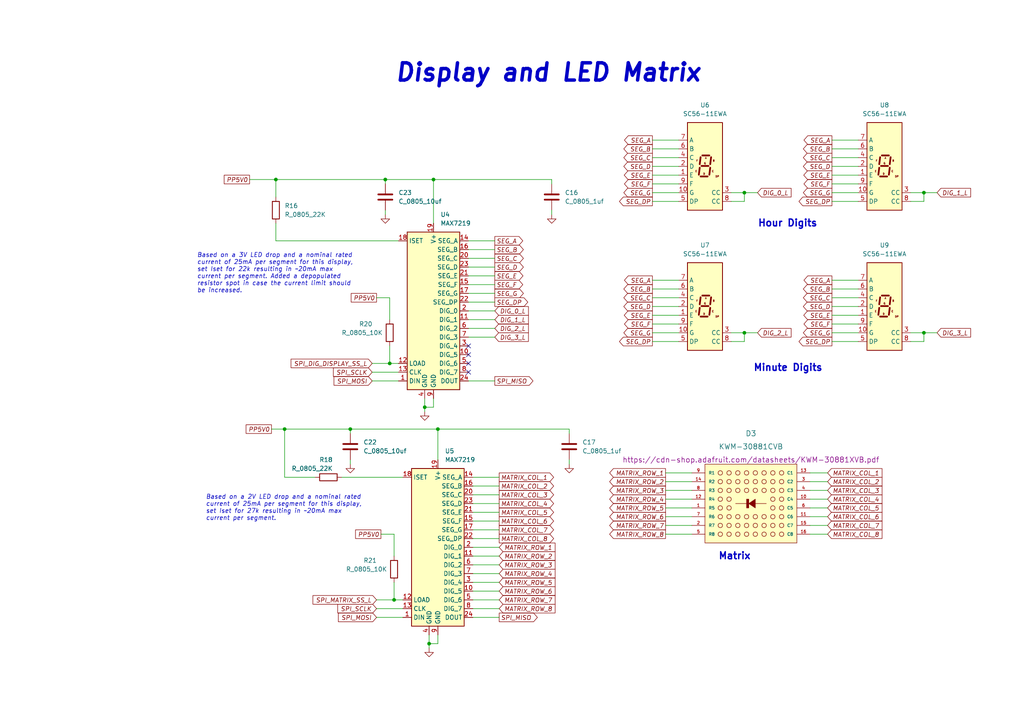
<source format=kicad_sch>
(kicad_sch (version 20211123) (generator eeschema)
  (paper "A4")
  (lib_symbols
    (symbol "HPS:C_0805_10uf" (pin_numbers hide) (pin_names (offset 0.254))
      (property "Reference" "C" (at 0.635 2.54 0))
      (property "Value" "C_0805_10uf" (at 0.635 -2.54 0))
      (symbol "C_0805_10uf_0_1"
        (polyline (pts (xy -2.032 -0.762) (xy 2.032 -0.762)) (stroke (width 0.508)))
        (polyline (pts (xy -2.032 0.762) (xy 2.032 0.762)) (stroke (width 0.508)))
      )
      (symbol "C_0805_10uf_1_1"
        (pin passive line (at 0 3.81 270) (length 2.794) (name "~") (number "1"))
        (pin passive line (at 0 -3.81 90) (length 2.794) (name "~") (number "2"))
      )
    )
    (symbol "HPS:C_0805_1uf" (pin_numbers hide) (pin_names (offset 0.254))
      (property "Reference" "C" (at 0.635 2.54 0))
      (property "Value" "C_0805_1uf" (at 0.635 -2.54 0))
      (symbol "C_0805_1uf_0_1"
        (polyline (pts (xy -2.032 -0.762) (xy 2.032 -0.762)) (stroke (width 0.508)))
        (polyline (pts (xy -2.032 0.762) (xy 2.032 0.762)) (stroke (width 0.508)))
      )
      (symbol "C_0805_1uf_1_1"
        (pin passive line (at 0 3.81 270) (length 2.794) (name "~") (number "1"))
        (pin passive line (at 0 -3.81 90) (length 2.794) (name "~") (number "2"))
      )
    )
    (symbol "HPS:GND" (power) (pin_names (offset 0))
      (property "Value" "GND" (at 0 -3.81 0))
      (symbol "GND_0_1"
        (polyline (pts (xy 0 0) (xy 0 -1.27) (xy 1.27 -1.27) (xy 0 -2.54) (xy -1.27 -1.27) (xy 0 -1.27)))
      )
      (symbol "GND_1_1"
        (pin power_in line (at 0 0 270) (length 0) hide (name "GND") (number "1"))
      )
    )
    (symbol "HPS:KWM-30881CVB" (pin_names (offset 1.016))
      (property "Reference" "D" (at -11.43 -12.7 0))
      (property "Value" "KWM-30881CVB" (at 0 12.7 0))
      (property "Datasheet" "https://cdn-shop.adafruit.com/datasheets/KWM-30881XVB.pdf" (at -13.97 -12.7 0))
      (symbol "KWM-30881CVB_0_1"
        (rectangle (start -12.7 -11.43) (end 13.97 11.43) (fill (type background)))
        (circle (center -8.255 -8.89) (radius 0.635))
        (circle (center -8.255 -6.35) (radius 0.635))
        (circle (center -8.255 -3.81) (radius 0.635))
        (circle (center -8.255 -1.27) (radius 0.635))
        (circle (center -8.255 1.27) (radius 0.635))
        (circle (center -8.255 3.81) (radius 0.635))
        (circle (center -8.255 6.35) (radius 0.635))
        (circle (center -8.255 8.89) (radius 0.635))
        (circle (center -5.715 -8.89) (radius 0.635))
        (circle (center -5.715 -6.35) (radius 0.635))
        (circle (center -5.715 -3.81) (radius 0.635))
        (circle (center -5.715 -1.27) (radius 0.635))
        (circle (center -5.715 1.27) (radius 0.635))
        (circle (center -5.715 3.81) (radius 0.635))
        (circle (center -5.715 6.35) (radius 0.635))
        (circle (center -5.715 8.89) (radius 0.635))
        (circle (center -3.175 -8.89) (radius 0.635))
        (circle (center -3.175 -6.35) (radius 0.635))
        (circle (center -3.175 -3.81) (radius 0.635))
        (circle (center -3.175 3.81) (radius 0.635))
        (circle (center -3.175 6.35) (radius 0.635))
        (circle (center -3.175 8.89) (radius 0.635))
        (circle (center -0.635 -8.89) (radius 0.635))
        (circle (center -0.635 -6.35) (radius 0.635))
        (circle (center -0.635 -3.81) (radius 0.635))
        (circle (center -0.635 3.81) (radius 0.635))
        (circle (center -0.635 6.35) (radius 0.635))
        (circle (center -0.635 8.89) (radius 0.635))
        (polyline (pts (xy 5.08 0) (xy -3.81 0)))
        (polyline (pts (xy 0 0) (xy 1.905 1.27) (xy 1.905 -1.27) (xy 0 0)) (fill (type outline)))
        (polyline (pts (xy -0.635 1.27) (xy -0.635 -1.27) (xy 0 -1.27) (xy 0 1.27) (xy -0.635 1.27)) (fill (type outline)))
        (circle (center 1.905 -8.89) (radius 0.635))
        (circle (center 1.905 -6.35) (radius 0.635))
        (circle (center 1.905 -3.81) (radius 0.635))
        (circle (center 1.905 3.81) (radius 0.635))
        (circle (center 1.905 6.35) (radius 0.635))
        (circle (center 1.905 8.89) (radius 0.635))
        (circle (center 4.445 -8.89) (radius 0.635))
        (circle (center 4.445 -6.35) (radius 0.635))
        (circle (center 4.445 -3.81) (radius 0.635))
        (circle (center 4.445 3.81) (radius 0.635))
        (circle (center 4.445 6.35) (radius 0.635))
        (circle (center 4.445 8.89) (radius 0.635))
        (circle (center 6.985 -8.89) (radius 0.635))
        (circle (center 6.985 -6.35) (radius 0.635))
        (circle (center 6.985 -3.81) (radius 0.635))
        (circle (center 6.985 -1.27) (radius 0.635))
        (circle (center 6.985 1.27) (radius 0.635))
        (circle (center 6.985 3.81) (radius 0.635))
        (circle (center 6.985 6.35) (radius 0.635))
        (circle (center 6.985 8.89) (radius 0.635))
        (circle (center 9.525 -8.89) (radius 0.635))
        (circle (center 9.525 -6.35) (radius 0.635))
        (circle (center 9.525 -3.81) (radius 0.635))
        (circle (center 9.525 -1.27) (radius 0.635))
        (circle (center 9.525 1.27) (radius 0.635))
        (circle (center 9.525 3.81) (radius 0.635))
        (circle (center 9.525 6.35) (radius 0.635))
        (circle (center 9.525 8.89) (radius 0.635))
        (pin passive line (at -16.51 8.89 0) (length 3.81) (name "R1") (number "9"))
      )
      (symbol "KWM-30881CVB_1_1"
        (pin passive line (at -16.51 -1.27 0) (length 3.81) (name "R5") (number "1"))
        (pin passive line (at 17.78 1.27 180) (length 3.81) (name "C4") (number "10"))
        (pin passive line (at 17.78 -3.81 180) (length 3.81) (name "C6") (number "11"))
        (pin passive line (at -16.51 1.27 0) (length 3.81) (name "R4") (number "12"))
        (pin passive line (at 17.78 8.89 180) (length 3.81) (name "C1") (number "13"))
        (pin passive line (at -16.51 6.35 0) (length 3.81) (name "R2") (number "14"))
        (pin passive line (at 17.78 -6.35 180) (length 3.81) (name "C7") (number "15"))
        (pin passive line (at 17.78 -8.89 180) (length 3.81) (name "C8") (number "16"))
        (pin passive line (at -16.51 -6.35 0) (length 3.81) (name "R7") (number "2"))
        (pin passive line (at 17.78 6.35 180) (length 3.81) (name "C2") (number "3"))
        (pin passive line (at 17.78 3.81 180) (length 3.81) (name "C3") (number "4"))
        (pin passive line (at -16.51 -8.89 0) (length 3.81) (name "R8") (number "5"))
        (pin passive line (at 17.78 -1.27 180) (length 3.81) (name "C5") (number "6"))
        (pin passive line (at -16.51 -3.81 0) (length 3.81) (name "R6") (number "7"))
        (pin passive line (at -16.51 3.81 0) (length 3.81) (name "R3") (number "8"))
      )
    )
    (symbol "HPS:MAX7219"
      (property "Reference" "U" (at -6.35 24.13 0))
      (property "Value" "MAX7219" (at 0 25.4 0))
      (symbol "MAX7219_0_1"
        (rectangle (start -7.62 22.86) (end 7.62 -22.86) (stroke (width 0.254)) (fill (type background)))
      )
      (symbol "MAX7219_1_1"
        (pin input line (at -10.16 -20.32 0) (length 2.54) (name "DIN") (number "1"))
        (pin output line (at 10.16 -12.7 180) (length 2.54) (name "DIG_5") (number "10"))
        (pin output line (at 10.16 -2.54 180) (length 2.54) (name "DIG_1") (number "11"))
        (pin input line (at -10.16 -15.24 0) (length 2.54) (name "LOAD") (number "12"))
        (pin input line (at -10.16 -17.78 0) (length 2.54) (name "CLK") (number "13"))
        (pin output line (at 10.16 20.32 180) (length 2.54) (name "SEG_A") (number "14"))
        (pin output line (at 10.16 7.62 180) (length 2.54) (name "SEG_F") (number "15"))
        (pin output line (at 10.16 17.78 180) (length 2.54) (name "SEG_B") (number "16"))
        (pin output line (at 10.16 5.08 180) (length 2.54) (name "SEG_G") (number "17"))
        (pin input line (at -10.16 20.32 0) (length 2.54) (name "ISET") (number "18"))
        (pin power_in line (at 0 25.4 270) (length 2.54) (name "V+") (number "19"))
        (pin output line (at 10.16 0 180) (length 2.54) (name "DIG_0") (number "2"))
        (pin output line (at 10.16 15.24 180) (length 2.54) (name "SEG_C") (number "20"))
        (pin output line (at 10.16 10.16 180) (length 2.54) (name "SEG_E") (number "21"))
        (pin output line (at 10.16 2.54 180) (length 2.54) (name "SEG_DP") (number "22"))
        (pin output line (at 10.16 12.7 180) (length 2.54) (name "SEG_D") (number "23"))
        (pin output line (at 10.16 -20.32 180) (length 2.54) (name "DOUT") (number "24"))
        (pin output line (at 10.16 -10.16 180) (length 2.54) (name "DIG_4") (number "3"))
        (pin power_in line (at -2.54 -25.4 90) (length 2.54) (name "GND") (number "4"))
        (pin output line (at 10.16 -15.24 180) (length 2.54) (name "DIG_6") (number "5"))
        (pin output line (at 10.16 -5.08 180) (length 2.54) (name "DIG_2") (number "6"))
        (pin output line (at 10.16 -7.62 180) (length 2.54) (name "DIG_3") (number "7"))
        (pin output line (at 10.16 -17.78 180) (length 2.54) (name "DIG_7") (number "8"))
        (pin power_in line (at 0 -25.4 90) (length 2.54) (name "GND") (number "9"))
      )
    )
    (symbol "HPS:R_0805_10K" (pin_numbers hide) (pin_names (offset 0))
      (property "Reference" "R" (at 2.032 0 90))
      (property "Value" "R_0805_10K" (at -2.54 0 90))
      (symbol "R_0805_10K_0_1"
        (rectangle (start -1.016 -2.54) (end 1.016 2.54) (stroke (width 0.254)))
      )
      (symbol "R_0805_10K_1_1"
        (pin passive line (at 0 3.81 270) (length 1.27) (name "~") (number "1"))
        (pin passive line (at 0 -3.81 90) (length 1.27) (name "~") (number "2"))
      )
    )
    (symbol "HPS:R_0805_22K" (pin_numbers hide) (pin_names (offset 0))
      (property "Reference" "R" (at 2.032 0 90))
      (property "Value" "R_0805_22K" (at -2.54 0 90))
      (symbol "R_0805_22K_0_1"
        (rectangle (start -1.016 -2.54) (end 1.016 2.54) (stroke (width 0.254)))
      )
      (symbol "R_0805_22K_1_1"
        (pin passive line (at 0 3.81 270) (length 1.27) (name "~") (number "1"))
        (pin passive line (at 0 -3.81 90) (length 1.27) (name "~") (number "2"))
      )
    )
    (symbol "HPS:SC56-11EWA"
      (property "Reference" "U" (at -3.81 13.97 0))
      (property "Value" "SC56-11EWA" (at 6.35 13.97 0))
      (symbol "SC56-11EWA_1_0"
        (text "A" (at 0.254 2.413 0) (effects (font (size 0.508 0.508))))
        (text "B" (at 2.54 1.651 0) (effects (font (size 0.508 0.508))))
        (text "C" (at 2.286 -1.397 0) (effects (font (size 0.508 0.508))))
        (text "D" (at -0.254 -2.159 0) (effects (font (size 0.508 0.508))))
        (text "DP" (at 3.556 -2.921 0) (effects (font (size 0.508 0.508))))
        (text "E" (at -2.54 -1.397 0) (effects (font (size 0.508 0.508))))
        (text "F" (at -2.286 1.651 0) (effects (font (size 0.508 0.508))))
        (text "G" (at 0 0.889 0) (effects (font (size 0.508 0.508))))
      )
      (symbol "SC56-11EWA_1_1"
        (rectangle (start -5.08 12.7) (end 5.08 -12.7) (stroke (width 0.254)) (fill (type background)))
        (polyline (pts (xy -1.524 -0.381) (xy -1.778 -2.413)) (stroke (width 0.508)))
        (polyline (pts (xy -1.27 -2.921) (xy 0.762 -2.921)) (stroke (width 0.508)))
        (polyline (pts (xy -1.27 2.667) (xy -1.524 0.635)) (stroke (width 0.508)))
        (polyline (pts (xy -1.016 0.127) (xy 1.016 0.127)) (stroke (width 0.508)))
        (polyline (pts (xy -0.762 3.175) (xy 1.27 3.175)) (stroke (width 0.508)))
        (polyline (pts (xy 1.524 -0.381) (xy 1.27 -2.413)) (stroke (width 0.508)))
        (polyline (pts (xy 1.778 2.667) (xy 1.524 0.635)) (stroke (width 0.508)))
        (polyline (pts (xy 2.54 -2.921) (xy 2.54 -2.921)) (stroke (width 0.508)))
        (pin input line (at -7.62 -2.54 0) (length 2.54) (name "E") (number "1"))
        (pin input line (at -7.62 -7.62 0) (length 2.54) (name "G") (number "10"))
        (pin input line (at -7.62 0 0) (length 2.54) (name "D") (number "2"))
        (pin input line (at 7.62 -7.62 180) (length 2.54) (name "CC") (number "3"))
        (pin input line (at -7.62 2.54 0) (length 2.54) (name "C") (number "4"))
        (pin input line (at -7.62 -10.16 0) (length 2.54) (name "DP") (number "5"))
        (pin input line (at -7.62 5.08 0) (length 2.54) (name "B") (number "6"))
        (pin input line (at -7.62 7.62 0) (length 2.54) (name "A") (number "7"))
        (pin input line (at 7.62 -10.16 180) (length 2.54) (name "CC") (number "8"))
        (pin input line (at -7.62 -5.08 0) (length 2.54) (name "F") (number "9"))
      )
    )
  )
  (junction (at 82.55 124.46))
  (junction (at 114.3 173.99))
  (junction (at 215.9 55.88))
  (junction (at 125.73 52.07))
  (junction (at 267.97 96.52))
  (junction (at 127 124.46))
  (junction (at 80.01 52.07))
  (junction (at 267.97 55.88))
  (junction (at 111.76 52.07))
  (junction (at 101.6 124.46))
  (junction (at 124.46 186.69))
  (junction (at 113.03 105.41))
  (junction (at 123.19 118.11))
  (junction (at 215.9 96.52))
  (no_connect (at 135.89 100.33))
  (no_connect (at 135.89 102.87))
  (no_connect (at 135.89 105.41))
  (no_connect (at 135.89 107.95))
  (wire (pts (xy 101.6 124.46) (xy 101.6 125.73)))
  (wire (pts (xy 125.73 118.11) (xy 123.19 118.11)))
  (wire (pts (xy 125.73 52.07) (xy 111.76 52.07)))
  (wire (pts (xy 264.16 99.06) (xy 267.97 99.06)))
  (wire (pts (xy 123.19 118.11) (xy 123.19 119.38)))
  (wire (pts (xy 135.89 77.47) (xy 143.51 77.47)))
  (wire (pts (xy 165.1 124.46) (xy 165.1 125.73)))
  (wire (pts (xy 107.95 110.49) (xy 115.57 110.49)))
  (wire (pts (xy 200.66 144.78) (xy 193.04 144.78)))
  (wire (pts (xy 135.89 82.55) (xy 143.51 82.55)))
  (wire (pts (xy 196.85 86.36) (xy 189.23 86.36)))
  (wire (pts (xy 80.01 52.07) (xy 111.76 52.07)))
  (wire (pts (xy 137.16 173.99) (xy 144.78 173.99)))
  (wire (pts (xy 196.85 58.42) (xy 189.23 58.42)))
  (wire (pts (xy 123.19 115.57) (xy 123.19 118.11)))
  (wire (pts (xy 113.03 105.41) (xy 115.57 105.41)))
  (wire (pts (xy 127 124.46) (xy 127 133.35)))
  (wire (pts (xy 212.09 55.88) (xy 215.9 55.88)))
  (wire (pts (xy 111.76 60.96) (xy 111.76 62.23)))
  (wire (pts (xy 234.95 154.94) (xy 240.03 154.94)))
  (wire (pts (xy 113.03 92.71) (xy 113.03 86.36)))
  (wire (pts (xy 248.92 43.18) (xy 241.3 43.18)))
  (wire (pts (xy 135.89 90.17) (xy 143.51 90.17)))
  (wire (pts (xy 109.22 176.53) (xy 116.84 176.53)))
  (wire (pts (xy 196.85 96.52) (xy 189.23 96.52)))
  (wire (pts (xy 101.6 133.35) (xy 101.6 134.62)))
  (wire (pts (xy 234.95 142.24) (xy 240.03 142.24)))
  (wire (pts (xy 196.85 55.88) (xy 189.23 55.88)))
  (wire (pts (xy 200.66 137.16) (xy 193.04 137.16)))
  (wire (pts (xy 215.9 55.88) (xy 215.9 58.42)))
  (wire (pts (xy 212.09 58.42) (xy 215.9 58.42)))
  (wire (pts (xy 248.92 81.28) (xy 241.3 81.28)))
  (wire (pts (xy 234.95 144.78) (xy 240.03 144.78)))
  (wire (pts (xy 248.92 40.64) (xy 241.3 40.64)))
  (wire (pts (xy 200.66 149.86) (xy 193.04 149.86)))
  (wire (pts (xy 135.89 92.71) (xy 143.51 92.71)))
  (wire (pts (xy 248.92 91.44) (xy 241.3 91.44)))
  (wire (pts (xy 234.95 149.86) (xy 240.03 149.86)))
  (wire (pts (xy 200.66 142.24) (xy 193.04 142.24)))
  (wire (pts (xy 107.95 105.41) (xy 113.03 105.41)))
  (wire (pts (xy 82.55 124.46) (xy 82.55 138.43)))
  (wire (pts (xy 234.95 152.4) (xy 240.03 152.4)))
  (wire (pts (xy 196.85 88.9) (xy 189.23 88.9)))
  (wire (pts (xy 200.66 152.4) (xy 193.04 152.4)))
  (wire (pts (xy 234.95 139.7) (xy 240.03 139.7)))
  (wire (pts (xy 137.16 163.83) (xy 144.78 163.83)))
  (wire (pts (xy 127 184.15) (xy 127 186.69)))
  (wire (pts (xy 99.06 138.43) (xy 116.84 138.43)))
  (wire (pts (xy 267.97 55.88) (xy 271.78 55.88)))
  (wire (pts (xy 160.02 62.23) (xy 160.02 60.96)))
  (wire (pts (xy 248.92 55.88) (xy 241.3 55.88)))
  (wire (pts (xy 124.46 186.69) (xy 124.46 187.96)))
  (wire (pts (xy 234.95 147.32) (xy 240.03 147.32)))
  (wire (pts (xy 135.89 87.63) (xy 143.51 87.63)))
  (wire (pts (xy 135.89 97.79) (xy 143.51 97.79)))
  (wire (pts (xy 114.3 168.91) (xy 114.3 173.99)))
  (wire (pts (xy 248.92 99.06) (xy 241.3 99.06)))
  (wire (pts (xy 124.46 184.15) (xy 124.46 186.69)))
  (wire (pts (xy 165.1 133.35) (xy 165.1 134.62)))
  (wire (pts (xy 215.9 96.52) (xy 219.71 96.52)))
  (wire (pts (xy 137.16 166.37) (xy 144.78 166.37)))
  (wire (pts (xy 114.3 154.94) (xy 110.49 154.94)))
  (wire (pts (xy 215.9 55.88) (xy 219.71 55.88)))
  (wire (pts (xy 114.3 161.29) (xy 114.3 154.94)))
  (wire (pts (xy 248.92 48.26) (xy 241.3 48.26)))
  (wire (pts (xy 137.16 161.29) (xy 144.78 161.29)))
  (wire (pts (xy 200.66 154.94) (xy 193.04 154.94)))
  (wire (pts (xy 267.97 96.52) (xy 271.78 96.52)))
  (wire (pts (xy 125.73 52.07) (xy 160.02 52.07)))
  (wire (pts (xy 196.85 48.26) (xy 189.23 48.26)))
  (wire (pts (xy 137.16 168.91) (xy 144.78 168.91)))
  (wire (pts (xy 267.97 55.88) (xy 267.97 58.42)))
  (wire (pts (xy 196.85 99.06) (xy 189.23 99.06)))
  (wire (pts (xy 114.3 173.99) (xy 116.84 173.99)))
  (wire (pts (xy 248.92 53.34) (xy 241.3 53.34)))
  (wire (pts (xy 135.89 85.09) (xy 143.51 85.09)))
  (wire (pts (xy 196.85 93.98) (xy 189.23 93.98)))
  (wire (pts (xy 127 186.69) (xy 124.46 186.69)))
  (wire (pts (xy 137.16 156.21) (xy 144.78 156.21)))
  (wire (pts (xy 160.02 52.07) (xy 160.02 53.34)))
  (wire (pts (xy 80.01 69.85) (xy 115.57 69.85)))
  (wire (pts (xy 125.73 115.57) (xy 125.73 118.11)))
  (wire (pts (xy 137.16 143.51) (xy 144.78 143.51)))
  (wire (pts (xy 196.85 40.64) (xy 189.23 40.64)))
  (wire (pts (xy 80.01 52.07) (xy 80.01 57.15)))
  (wire (pts (xy 135.89 69.85) (xy 143.51 69.85)))
  (wire (pts (xy 135.89 110.49) (xy 143.51 110.49)))
  (wire (pts (xy 248.92 83.82) (xy 241.3 83.82)))
  (wire (pts (xy 215.9 96.52) (xy 215.9 99.06)))
  (wire (pts (xy 137.16 138.43) (xy 144.78 138.43)))
  (wire (pts (xy 137.16 176.53) (xy 144.78 176.53)))
  (wire (pts (xy 109.22 173.99) (xy 114.3 173.99)))
  (wire (pts (xy 248.92 88.9) (xy 241.3 88.9)))
  (wire (pts (xy 264.16 96.52) (xy 267.97 96.52)))
  (wire (pts (xy 137.16 146.05) (xy 144.78 146.05)))
  (wire (pts (xy 137.16 151.13) (xy 144.78 151.13)))
  (wire (pts (xy 248.92 58.42) (xy 241.3 58.42)))
  (wire (pts (xy 80.01 52.07) (xy 72.39 52.07)))
  (wire (pts (xy 248.92 45.72) (xy 241.3 45.72)))
  (wire (pts (xy 111.76 52.07) (xy 111.76 53.34)))
  (wire (pts (xy 80.01 64.77) (xy 80.01 69.85)))
  (wire (pts (xy 135.89 72.39) (xy 143.51 72.39)))
  (wire (pts (xy 137.16 158.75) (xy 144.78 158.75)))
  (wire (pts (xy 107.95 107.95) (xy 115.57 107.95)))
  (wire (pts (xy 113.03 100.33) (xy 113.03 105.41)))
  (wire (pts (xy 135.89 95.25) (xy 143.51 95.25)))
  (wire (pts (xy 264.16 58.42) (xy 267.97 58.42)))
  (wire (pts (xy 264.16 55.88) (xy 267.97 55.88)))
  (wire (pts (xy 248.92 93.98) (xy 241.3 93.98)))
  (wire (pts (xy 137.16 171.45) (xy 144.78 171.45)))
  (wire (pts (xy 248.92 86.36) (xy 241.3 86.36)))
  (wire (pts (xy 82.55 124.46) (xy 101.6 124.46)))
  (wire (pts (xy 196.85 43.18) (xy 189.23 43.18)))
  (wire (pts (xy 137.16 153.67) (xy 144.78 153.67)))
  (wire (pts (xy 267.97 96.52) (xy 267.97 99.06)))
  (wire (pts (xy 113.03 86.36) (xy 109.22 86.36)))
  (wire (pts (xy 248.92 50.8) (xy 241.3 50.8)))
  (wire (pts (xy 109.22 179.07) (xy 116.84 179.07)))
  (wire (pts (xy 248.92 96.52) (xy 241.3 96.52)))
  (wire (pts (xy 196.85 45.72) (xy 189.23 45.72)))
  (wire (pts (xy 127 124.46) (xy 165.1 124.46)))
  (wire (pts (xy 196.85 91.44) (xy 189.23 91.44)))
  (wire (pts (xy 200.66 147.32) (xy 193.04 147.32)))
  (wire (pts (xy 212.09 99.06) (xy 215.9 99.06)))
  (wire (pts (xy 212.09 96.52) (xy 215.9 96.52)))
  (wire (pts (xy 196.85 50.8) (xy 189.23 50.8)))
  (wire (pts (xy 137.16 148.59) (xy 144.78 148.59)))
  (wire (pts (xy 196.85 53.34) (xy 189.23 53.34)))
  (wire (pts (xy 135.89 80.01) (xy 143.51 80.01)))
  (wire (pts (xy 137.16 140.97) (xy 144.78 140.97)))
  (wire (pts (xy 196.85 81.28) (xy 189.23 81.28)))
  (wire (pts (xy 137.16 179.07) (xy 144.78 179.07)))
  (wire (pts (xy 125.73 52.07) (xy 125.73 64.77)))
  (wire (pts (xy 82.55 138.43) (xy 91.44 138.43)))
  (wire (pts (xy 78.74 124.46) (xy 82.55 124.46)))
  (wire (pts (xy 196.85 83.82) (xy 189.23 83.82)))
  (wire (pts (xy 234.95 137.16) (xy 240.03 137.16)))
  (wire (pts (xy 101.6 124.46) (xy 127 124.46)))
  (wire (pts (xy 135.89 74.93) (xy 143.51 74.93)))
  (wire (pts (xy 200.66 139.7) (xy 193.04 139.7)))
  (text "Hour Digits" (at 219.71 66.04 0) (effects (font (size 2 2) (thickness 0.4) bold) (justify left bottom)))
  (text "Minute Digits" (at 218.44 107.95 0) (effects (font (size 2 2) (thickness 0.4) bold) (justify left bottom)))
  (text "Based on a 3V LED drop and a nominal rated \ncurrent of 25mA per segment for this display,\nset Iset for 22k resulting in ~20mA max \ncurrent per segment. Added a depopulated \nresistor spot in case the current limit should \nbe increased." (at 57.15 85.09 0) (effects (font (size 1.27 1.27) italic) (justify left bottom)))
  (text "Matrix" (at 208.28 162.56 0) (effects (font (size 2 2) (thickness 0.4) bold) (justify left bottom)))
  (text "Display and LED Matrix" (at 114.3 24.13 0) (effects (font (size 5 5) (thickness 1) bold italic) (justify left bottom)))
  (text "Based on a 2V LED drop and a nominal rated \ncurrent of 25mA per segment for this display,\nset Iset for 27k resulting in ~20mA max \ncurrent per segment." (at 59.69 151.13 0) (effects (font (size 1.27 1.27) italic) (justify left bottom)))
  (global_label "SPI_DIG_DISPLAY_SS_L" (shape input) (at 107.95 105.41 180) (effects (font italic)) (property "Intersheet References" "${INTERSHEET_REFS}" (effects hide)))
  (global_label "SEG_DP" (shape output) (at 143.51 87.63 0) (effects (font italic)) (property "Intersheet References" "${INTERSHEET_REFS}" (effects hide)))
  (global_label "SPI_MISO" (shape output) (at 144.78 179.07 0) (effects (font italic)) (property "Intersheet References" "${INTERSHEET_REFS}" (effects hide)))
  (global_label "SEG_DP" (shape output) (at 241.3 58.42 180) (effects (font italic)) (property "Intersheet References" "${INTERSHEET_REFS}" (effects hide)))
  (global_label "PP5V0" (shape passive) (at 109.22 86.36 180) (effects (font italic)) (property "Intersheet References" "${INTERSHEET_REFS}" (effects hide)))
  (global_label "MATRIX_COL_6" (shape output) (at 144.78 151.13 0) (effects (font italic)) (property "Intersheet References" "${INTERSHEET_REFS}" (effects hide)))
  (global_label "DIG_1_L" (shape input) (at 271.78 55.88 0) (effects (font italic)) (property "Intersheet References" "${INTERSHEET_REFS}" (effects hide)))
  (global_label "SPI_SCLK" (shape input) (at 109.22 176.53 180) (effects (font italic)) (property "Intersheet References" "${INTERSHEET_REFS}" (effects hide)))
  (global_label "SEG_G" (shape output) (at 241.3 55.88 180) (effects (font italic)) (property "Intersheet References" "${INTERSHEET_REFS}" (effects hide)))
  (global_label "SEG_F" (shape output) (at 189.23 53.34 180) (effects (font italic)) (property "Intersheet References" "${INTERSHEET_REFS}" (effects hide)))
  (global_label "PP5V0" (shape passive) (at 72.39 52.07 180) (effects (font italic)) (property "Intersheet References" "${INTERSHEET_REFS}" (effects hide)))
  (global_label "MATRIX_COL_2" (shape input) (at 240.03 139.7 0) (effects (font italic)) (property "Intersheet References" "${INTERSHEET_REFS}" (effects hide)))
  (global_label "SPI_MATRIX_SS_L" (shape input) (at 109.22 173.99 180) (effects (font italic)) (property "Intersheet References" "${INTERSHEET_REFS}" (effects hide)))
  (global_label "SEG_F" (shape output) (at 241.3 53.34 180) (effects (font italic)) (property "Intersheet References" "${INTERSHEET_REFS}" (effects hide)))
  (global_label "SEG_G" (shape output) (at 143.51 85.09 0) (effects (font italic)) (property "Intersheet References" "${INTERSHEET_REFS}" (effects hide)))
  (global_label "MATRIX_ROW_2" (shape input) (at 144.78 161.29 0) (effects (font italic)) (property "Intersheet References" "${INTERSHEET_REFS}" (effects hide)))
  (global_label "DIG_2_L" (shape input) (at 143.51 95.25 0) (effects (font italic)) (property "Intersheet References" "${INTERSHEET_REFS}" (effects hide)))
  (global_label "MATRIX_ROW_8" (shape output) (at 193.04 154.94 180) (effects (font italic)) (property "Intersheet References" "${INTERSHEET_REFS}" (effects hide)))
  (global_label "SEG_D" (shape output) (at 189.23 48.26 180) (effects (font italic)) (property "Intersheet References" "${INTERSHEET_REFS}" (effects hide)))
  (global_label "SEG_B" (shape output) (at 241.3 43.18 180) (effects (font italic)) (property "Intersheet References" "${INTERSHEET_REFS}" (effects hide)))
  (global_label "SEG_E" (shape output) (at 189.23 50.8 180) (effects (font italic)) (property "Intersheet References" "${INTERSHEET_REFS}" (effects hide)))
  (global_label "SEG_DP" (shape output) (at 189.23 58.42 180) (effects (font italic)) (property "Intersheet References" "${INTERSHEET_REFS}" (effects hide)))
  (global_label "MATRIX_COL_7" (shape output) (at 144.78 153.67 0) (effects (font italic)) (property "Intersheet References" "${INTERSHEET_REFS}" (effects hide)))
  (global_label "SEG_C" (shape output) (at 143.51 74.93 0) (effects (font italic)) (property "Intersheet References" "${INTERSHEET_REFS}" (effects hide)))
  (global_label "DIG_2_L" (shape input) (at 219.71 96.52 0) (effects (font italic)) (property "Intersheet References" "${INTERSHEET_REFS}" (effects hide)))
  (global_label "SEG_B" (shape output) (at 143.51 72.39 0) (effects (font italic)) (property "Intersheet References" "${INTERSHEET_REFS}" (effects hide)))
  (global_label "SEG_C" (shape output) (at 241.3 45.72 180) (effects (font italic)) (property "Intersheet References" "${INTERSHEET_REFS}" (effects hide)))
  (global_label "SEG_C" (shape output) (at 189.23 86.36 180) (effects (font italic)) (property "Intersheet References" "${INTERSHEET_REFS}" (effects hide)))
  (global_label "SPI_SCLK" (shape input) (at 107.95 107.95 180) (effects (font italic)) (property "Intersheet References" "${INTERSHEET_REFS}" (effects hide)))
  (global_label "MATRIX_COL_6" (shape input) (at 240.03 149.86 0) (effects (font italic)) (property "Intersheet References" "${INTERSHEET_REFS}" (effects hide)))
  (global_label "SEG_DP" (shape output) (at 189.23 99.06 180) (effects (font italic)) (property "Intersheet References" "${INTERSHEET_REFS}" (effects hide)))
  (global_label "SEG_D" (shape output) (at 241.3 48.26 180) (effects (font italic)) (property "Intersheet References" "${INTERSHEET_REFS}" (effects hide)))
  (global_label "SEG_DP" (shape output) (at 241.3 99.06 180) (effects (font italic)) (property "Intersheet References" "${INTERSHEET_REFS}" (effects hide)))
  (global_label "MATRIX_ROW_1" (shape output) (at 193.04 137.16 180) (effects (font italic)) (property "Intersheet References" "${INTERSHEET_REFS}" (effects hide)))
  (global_label "SEG_A" (shape output) (at 143.51 69.85 0) (effects (font italic)) (property "Intersheet References" "${INTERSHEET_REFS}" (effects hide)))
  (global_label "SEG_D" (shape output) (at 241.3 88.9 180) (effects (font italic)) (property "Intersheet References" "${INTERSHEET_REFS}" (effects hide)))
  (global_label "DIG_0_L" (shape input) (at 219.71 55.88 0) (effects (font italic)) (property "Intersheet References" "${INTERSHEET_REFS}" (effects hide)))
  (global_label "MATRIX_ROW_4" (shape input) (at 144.78 166.37 0) (effects (font italic)) (property "Intersheet References" "${INTERSHEET_REFS}" (effects hide)))
  (global_label "MATRIX_ROW_5" (shape output) (at 193.04 147.32 180) (effects (font italic)) (property "Intersheet References" "${INTERSHEET_REFS}" (effects hide)))
  (global_label "SEG_G" (shape output) (at 189.23 96.52 180) (effects (font italic)) (property "Intersheet References" "${INTERSHEET_REFS}" (effects hide)))
  (global_label "DIG_0_L" (shape input) (at 143.51 90.17 0) (effects (font italic)) (property "Intersheet References" "${INTERSHEET_REFS}" (effects hide)))
  (global_label "MATRIX_COL_4" (shape output) (at 144.78 146.05 0) (effects (font italic)) (property "Intersheet References" "${INTERSHEET_REFS}" (effects hide)))
  (global_label "MATRIX_ROW_3" (shape output) (at 193.04 142.24 180) (effects (font italic)) (property "Intersheet References" "${INTERSHEET_REFS}" (effects hide)))
  (global_label "MATRIX_ROW_5" (shape input) (at 144.78 168.91 0) (effects (font italic)) (property "Intersheet References" "${INTERSHEET_REFS}" (effects hide)))
  (global_label "SEG_C" (shape output) (at 241.3 86.36 180) (effects (font italic)) (property "Intersheet References" "${INTERSHEET_REFS}" (effects hide)))
  (global_label "MATRIX_COL_5" (shape input) (at 240.03 147.32 0) (effects (font italic)) (property "Intersheet References" "${INTERSHEET_REFS}" (effects hide)))
  (global_label "MATRIX_COL_5" (shape output) (at 144.78 148.59 0) (effects (font italic)) (property "Intersheet References" "${INTERSHEET_REFS}" (effects hide)))
  (global_label "MATRIX_COL_1" (shape input) (at 240.03 137.16 0) (effects (font italic)) (property "Intersheet References" "${INTERSHEET_REFS}" (effects hide)))
  (global_label "MATRIX_ROW_7" (shape output) (at 193.04 152.4 180) (effects (font italic)) (property "Intersheet References" "${INTERSHEET_REFS}" (effects hide)))
  (global_label "SEG_A" (shape output) (at 241.3 81.28 180) (effects (font italic)) (property "Intersheet References" "${INTERSHEET_REFS}" (effects hide)))
  (global_label "SPI_MISO" (shape output) (at 143.51 110.49 0) (effects (font italic)) (property "Intersheet References" "${INTERSHEET_REFS}" (effects hide)))
  (global_label "SEG_F" (shape output) (at 143.51 82.55 0) (effects (font italic)) (property "Intersheet References" "${INTERSHEET_REFS}" (effects hide)))
  (global_label "SPI_MOSI" (shape input) (at 107.95 110.49 180) (effects (font italic)) (property "Intersheet References" "${INTERSHEET_REFS}" (effects hide)))
  (global_label "SEG_F" (shape output) (at 241.3 93.98 180) (effects (font italic)) (property "Intersheet References" "${INTERSHEET_REFS}" (effects hide)))
  (global_label "MATRIX_ROW_6" (shape input) (at 144.78 171.45 0) (effects (font italic)) (property "Intersheet References" "${INTERSHEET_REFS}" (effects hide)))
  (global_label "SEG_F" (shape output) (at 189.23 93.98 180) (effects (font italic)) (property "Intersheet References" "${INTERSHEET_REFS}" (effects hide)))
  (global_label "SEG_B" (shape output) (at 189.23 43.18 180) (effects (font italic)) (property "Intersheet References" "${INTERSHEET_REFS}" (effects hide)))
  (global_label "MATRIX_COL_4" (shape input) (at 240.03 144.78 0) (effects (font italic)) (property "Intersheet References" "${INTERSHEET_REFS}" (effects hide)))
  (global_label "MATRIX_ROW_3" (shape input) (at 144.78 163.83 0) (effects (font italic)) (property "Intersheet References" "${INTERSHEET_REFS}" (effects hide)))
  (global_label "MATRIX_ROW_8" (shape input) (at 144.78 176.53 0) (effects (font italic)) (property "Intersheet References" "${INTERSHEET_REFS}" (effects hide)))
  (global_label "MATRIX_COL_8" (shape input) (at 240.03 154.94 0) (effects (font italic)) (property "Intersheet References" "${INTERSHEET_REFS}" (effects hide)))
  (global_label "SEG_B" (shape output) (at 189.23 83.82 180) (effects (font italic)) (property "Intersheet References" "${INTERSHEET_REFS}" (effects hide)))
  (global_label "MATRIX_ROW_7" (shape input) (at 144.78 173.99 0) (effects (font italic)) (property "Intersheet References" "${INTERSHEET_REFS}" (effects hide)))
  (global_label "SEG_E" (shape output) (at 189.23 91.44 180) (effects (font italic)) (property "Intersheet References" "${INTERSHEET_REFS}" (effects hide)))
  (global_label "SEG_A" (shape output) (at 189.23 81.28 180) (effects (font italic)) (property "Intersheet References" "${INTERSHEET_REFS}" (effects hide)))
  (global_label "MATRIX_COL_7" (shape input) (at 240.03 152.4 0) (effects (font italic)) (property "Intersheet References" "${INTERSHEET_REFS}" (effects hide)))
  (global_label "SEG_D" (shape output) (at 143.51 77.47 0) (effects (font italic)) (property "Intersheet References" "${INTERSHEET_REFS}" (effects hide)))
  (global_label "SEG_A" (shape output) (at 189.23 40.64 180) (effects (font italic)) (property "Intersheet References" "${INTERSHEET_REFS}" (effects hide)))
  (global_label "SEG_G" (shape output) (at 189.23 55.88 180) (effects (font italic)) (property "Intersheet References" "${INTERSHEET_REFS}" (effects hide)))
  (global_label "MATRIX_ROW_1" (shape input) (at 144.78 158.75 0) (effects (font italic)) (property "Intersheet References" "${INTERSHEET_REFS}" (effects hide)))
  (global_label "MATRIX_ROW_2" (shape output) (at 193.04 139.7 180) (effects (font italic)) (property "Intersheet References" "${INTERSHEET_REFS}" (effects hide)))
  (global_label "MATRIX_ROW_6" (shape output) (at 193.04 149.86 180) (effects (font italic)) (property "Intersheet References" "${INTERSHEET_REFS}" (effects hide)))
  (global_label "SEG_E" (shape output) (at 241.3 91.44 180) (effects (font italic)) (property "Intersheet References" "${INTERSHEET_REFS}" (effects hide)))
  (global_label "DIG_3_L" (shape input) (at 143.51 97.79 0) (effects (font italic)) (property "Intersheet References" "${INTERSHEET_REFS}" (effects hide)))
  (global_label "SEG_G" (shape output) (at 241.3 96.52 180) (effects (font italic)) (property "Intersheet References" "${INTERSHEET_REFS}" (effects hide)))
  (global_label "MATRIX_ROW_4" (shape output) (at 193.04 144.78 180) (effects (font italic)) (property "Intersheet References" "${INTERSHEET_REFS}" (effects hide)))
  (global_label "MATRIX_COL_2" (shape output) (at 144.78 140.97 0) (effects (font italic)) (property "Intersheet References" "${INTERSHEET_REFS}" (effects hide)))
  (global_label "SEG_E" (shape output) (at 241.3 50.8 180) (effects (font italic)) (property "Intersheet References" "${INTERSHEET_REFS}" (effects hide)))
  (global_label "SPI_MOSI" (shape input) (at 109.22 179.07 180) (effects (font italic)) (property "Intersheet References" "${INTERSHEET_REFS}" (effects hide)))
  (global_label "PP5V0" (shape passive) (at 78.74 124.46 180) (effects (font italic)) (property "Intersheet References" "${INTERSHEET_REFS}" (effects hide)))
  (global_label "DIG_1_L" (shape input) (at 143.51 92.71 0) (effects (font italic)) (property "Intersheet References" "${INTERSHEET_REFS}" (effects hide)))
  (global_label "MATRIX_COL_1" (shape output) (at 144.78 138.43 0) (effects (font italic)) (property "Intersheet References" "${INTERSHEET_REFS}" (effects hide)))
  (global_label "SEG_A" (shape output) (at 241.3 40.64 180) (effects (font italic)) (property "Intersheet References" "${INTERSHEET_REFS}" (effects hide)))
  (global_label "PP5V0" (shape passive) (at 110.49 154.94 180) (effects (font italic)) (property "Intersheet References" "${INTERSHEET_REFS}" (effects hide)))
  (global_label "MATRIX_COL_3" (shape input) (at 240.03 142.24 0) (effects (font italic)) (property "Intersheet References" "${INTERSHEET_REFS}" (effects hide)))
  (global_label "DIG_3_L" (shape input) (at 271.78 96.52 0) (effects (font italic)) (property "Intersheet References" "${INTERSHEET_REFS}" (effects hide)))
  (global_label "MATRIX_COL_3" (shape output) (at 144.78 143.51 0) (effects (font italic)) (property "Intersheet References" "${INTERSHEET_REFS}" (effects hide)))
  (global_label "SEG_D" (shape output) (at 189.23 88.9 180) (effects (font italic)) (property "Intersheet References" "${INTERSHEET_REFS}" (effects hide)))
  (global_label "SEG_E" (shape output) (at 143.51 80.01 0) (effects (font italic)) (property "Intersheet References" "${INTERSHEET_REFS}" (effects hide)))
  (global_label "SEG_C" (shape output) (at 189.23 45.72 180) (effects (font italic)) (property "Intersheet References" "${INTERSHEET_REFS}" (effects hide)))
  (global_label "SEG_B" (shape output) (at 241.3 83.82 180) (effects (font italic)) (property "Intersheet References" "${INTERSHEET_REFS}" (effects hide)))
  (global_label "MATRIX_COL_8" (shape output) (at 144.78 156.21 0) (effects (font italic)) (property "Intersheet References" "${INTERSHEET_REFS}" (effects hide)))
  (symbol (lib_id "HPS:R_0805_22K") (at 95.25 138.43 90) (unit 1)
    (property "Reference" "R18" (at 96.52 133.35 90) (effects (justify left)))
    (property "Value" "R_0805_22K" (at 96.5199 135.89 90) (effects (justify left)))
    (property "Footprint" "footprints:R_0805_2012Metric" (effects hide))
    (property "Datasheet" "https://www.digikey.com/en/products/detail/yageo/RC0805FR-0722KL/727736" (effects hide))
    (property "MFG" "Yageo" (effects hide))
    (property "MPN" "RC0805FR-0722KL" (effects hide))
    (property "Digikey PN" "311-22.0KCRCT-ND" (effects hide))
    (property "Mouser PN" "N/A" (effects hide))
    (property "Power" "N/A" (effects hide))
    (property "Tolerance" "N/A" (effects hide))
  )
  (symbol (lib_id "HPS:GND") (at 165.1 134.62 0) (unit 1)
    (property "Reference" "#PWR0122" (effects hide))
    (property "Value" "GND" (effects hide))
  )
  (symbol (lib_id "HPS:SC56-11EWA") (at 256.54 88.9 0) (unit 1)
    (property "Reference" "U9" (at 256.54 71.12 0))
    (property "Value" "SC56-11EWA" (at 256.54 73.66 0))
    (property "Footprint" "footprints:Sx56-1xxxxx" (effects hide))
    (property "Datasheet" "http://www.kingbrightusa.com/images/catalog/SPEC/sc56-11ewa.pdf" (effects hide))
    (property "Digikey PN" "754-1465-5-ND" (effects hide))
  )
  (symbol (lib_id "HPS:C_0805_1uf") (at 160.02 57.15 0) (unit 1)
    (property "Reference" "C16" (at 163.83 55.8799 0) (effects (justify left)))
    (property "Value" "C_0805_1uf" (at 163.83 58.4199 0) (effects (justify left)))
    (property "Footprint" "footprints:C_0805_2012Metric" (effects hide))
    (property "Datasheet" "https://www.yageo.com/upload/media/product/productsearch/datasheet/mlcc/UPY-GPHC_X7R_6.3V-to-50V_18.pdf" (effects hide))
    (property "MFG" "Yageo" (effects hide))
    (property "MPN" "CC0805KKX7R8BB105" (effects hide))
    (property "Digikey PN" "311-1456-1-ND" (effects hide))
    (property "Mouser PN" "N/A" (effects hide))
    (property "Voltage" "N/A" (effects hide))
    (property "Dielectric" "N/A" (effects hide))
    (property "Tolerance" "N/A" (effects hide))
  )
  (symbol (lib_id "HPS:MAX7219") (at 127 158.75 0) (unit 1)
    (property "Reference" "U5" (at 129.0194 130.81 0) (effects (justify left)))
    (property "Value" "MAX7219" (at 129.0194 133.35 0) (effects (justify left)))
    (property "Footprint" "footprints:DIP-24_W7.62mm" (effects hide))
    (property "Datasheet" "https://datasheets.maximintegrated.com/en/ds/MAX7219-MAX7221.pdf" (effects hide))
    (property "MFG" "On Shore Technology Inc." (effects hide))
    (property "MPN" "ED241DT" (effects hide))
    (property "Digikey PN" "ED3049-5-ND" (effects hide))
    (property "Mouser PN" "N/A" (effects hide))
  )
  (symbol (lib_id "HPS:C_0805_10uf") (at 111.76 57.15 0) (unit 1)
    (property "Reference" "C23" (at 115.57 55.8799 0) (effects (justify left)))
    (property "Value" "C_0805_10uf" (at 115.57 58.4199 0) (effects (justify left)))
    (property "Footprint" "footprints:C_0805_2012Metric" (effects hide))
    (property "Datasheet" "https://search.murata.co.jp/Ceramy/image/img/A01X/G101/ENG/GRM21BR61E106KA73-01.pdf" (effects hide))
    (property "MFG" "Murata Electronics" (effects hide))
    (property "MPN" "GRM21BR61E106KA73L" (effects hide))
    (property "Digikey PN" "490-5523-1-ND" (effects hide))
    (property "Mouser PN" "N/A" (effects hide))
    (property "Voltage" "N/A" (effects hide))
    (property "Dielectric" "N/A" (effects hide))
    (property "Tolerance" "N/A" (effects hide))
  )
  (symbol (lib_id "HPS:GND") (at 111.76 62.23 0) (unit 1)
    (property "Reference" "#PWR0132" (effects hide))
    (property "Value" "GND" (effects hide))
  )
  (symbol (lib_id "HPS:GND") (at 123.19 119.38 0) (unit 1)
    (property "Reference" "#PWR0120" (effects hide))
    (property "Value" "GND" (effects hide))
  )
  (symbol (lib_id "HPS:C_0805_10uf") (at 101.6 129.54 0) (unit 1)
    (property "Reference" "C22" (at 105.41 128.2699 0) (effects (justify left)))
    (property "Value" "C_0805_10uf" (at 105.41 130.8099 0) (effects (justify left)))
    (property "Footprint" "footprints:C_0805_2012Metric" (effects hide))
    (property "Datasheet" "https://search.murata.co.jp/Ceramy/image/img/A01X/G101/ENG/GRM21BR61E106KA73-01.pdf" (effects hide))
    (property "MFG" "Murata Electronics" (effects hide))
    (property "MPN" "GRM21BR61E106KA73L" (effects hide))
    (property "Digikey PN" "490-5523-1-ND" (effects hide))
    (property "Mouser PN" "N/A" (effects hide))
    (property "Voltage" "N/A" (effects hide))
    (property "Dielectric" "N/A" (effects hide))
    (property "Tolerance" "N/A" (effects hide))
  )
  (symbol (lib_id "HPS:SC56-11EWA") (at 204.47 48.26 0) (unit 1)
    (property "Reference" "U6" (at 204.47 30.48 0))
    (property "Value" "SC56-11EWA" (at 204.47 33.02 0))
    (property "Footprint" "footprints:Sx56-1xxxxx" (effects hide))
    (property "Datasheet" "http://www.kingbrightusa.com/images/catalog/SPEC/sc56-11ewa.pdf" (effects hide))
    (property "Digikey PN" "754-1465-5-ND" (effects hide))
  )
  (symbol (lib_id "HPS:R_0805_10K") (at 113.03 96.52 0) (unit 1)
    (property "Reference" "R20" (at 104.14 93.98 0) (effects (justify left)))
    (property "Value" "R_0805_10K" (at 99.06 96.52 0) (effects (justify left)))
    (property "Footprint" "footprints:R_0805_2012Metric" (effects hide))
    (property "Datasheet" "https://www.digikey.com/en/products/detail/yageo/RC0805FR-0710KL/727535" (effects hide))
    (property "MFG" "Yageo" (effects hide))
    (property "MPN" "RC0805FR-0710KL" (effects hide))
    (property "Digikey PN" "311-10.0KCRCT-ND" (effects hide))
    (property "Mouser PN" "N/A" (effects hide))
    (property "Power" "N/A" (effects hide))
    (property "Tolerance" "N/A" (effects hide))
  )
  (symbol (lib_id "HPS:SC56-11EWA") (at 256.54 48.26 0) (unit 1)
    (property "Reference" "U8" (at 256.54 30.48 0))
    (property "Value" "SC56-11EWA" (at 256.54 33.02 0))
    (property "Footprint" "footprints:Sx56-1xxxxx" (effects hide))
    (property "Datasheet" "http://www.kingbrightusa.com/images/catalog/SPEC/sc56-11ewa.pdf" (effects hide))
    (property "Digikey PN" "754-1465-5-ND" (effects hide))
  )
  (symbol (lib_id "HPS:C_0805_1uf") (at 165.1 129.54 0) (unit 1)
    (property "Reference" "C17" (at 168.91 128.2699 0) (effects (justify left)))
    (property "Value" "C_0805_1uf" (at 168.91 130.8099 0) (effects (justify left)))
    (property "Footprint" "footprints:C_0805_2012Metric" (effects hide))
    (property "Datasheet" "https://www.yageo.com/upload/media/product/productsearch/datasheet/mlcc/UPY-GPHC_X7R_6.3V-to-50V_18.pdf" (effects hide))
    (property "MFG" "Yageo" (effects hide))
    (property "MPN" "CC0805KKX7R8BB105" (effects hide))
    (property "Digikey PN" "311-1456-1-ND" (effects hide))
    (property "Mouser PN" "N/A" (effects hide))
    (property "Voltage" "N/A" (effects hide))
    (property "Dielectric" "N/A" (effects hide))
    (property "Tolerance" "N/A" (effects hide))
  )
  (symbol (lib_id "HPS:GND") (at 160.02 62.23 0) (unit 1)
    (property "Reference" "#PWR0123" (effects hide))
    (property "Value" "GND" (effects hide))
  )
  (symbol (lib_id "HPS:GND") (at 101.6 134.62 0) (unit 1)
    (property "Reference" "#PWR0133" (effects hide))
    (property "Value" "GND" (effects hide))
  )
  (symbol (lib_id "HPS:R_0805_10K") (at 114.3 165.1 0) (unit 1)
    (property "Reference" "R21" (at 105.41 162.56 0) (effects (justify left)))
    (property "Value" "R_0805_10K" (at 100.33 165.1 0) (effects (justify left)))
    (property "Footprint" "footprints:R_0805_2012Metric" (effects hide))
    (property "Datasheet" "https://www.digikey.com/en/products/detail/yageo/RC0805FR-0710KL/727535" (effects hide))
    (property "MFG" "Yageo" (effects hide))
    (property "MPN" "RC0805FR-0710KL" (effects hide))
    (property "Digikey PN" "311-10.0KCRCT-ND" (effects hide))
    (property "Mouser PN" "N/A" (effects hide))
    (property "Power" "N/A" (effects hide))
    (property "Tolerance" "N/A" (effects hide))
  )
  (symbol (lib_id "HPS:KWM-30881CVB") (at 217.17 146.05 0) (unit 1)
    (property "Reference" "D3" (at 217.805 125.73 0) (effects (font (size 1.524 1.524))))
    (property "Value" "KWM-30881CVB" (at 217.805 129.54 0) (effects (font (size 1.524 1.524))))
    (property "Footprint" "footprints:KWM-30881CVB" (effects hide))
    (property "Datasheet" "https://cdn-shop.adafruit.com/datasheets/KWM-30881XVB.pdf" (at 217.805 133.35 0) (effects (font (size 1.524 1.524))))
    (property "MFG" "Adafruit" (effects hide))
    (property "MPN" "KWM-30881CVB" (effects hide))
    (property "Digikey PN" "N/A" (effects hide))
    (property "Mouser PN" "N/A" (effects hide))
  )
  (symbol (lib_id "HPS:GND") (at 124.46 187.96 0) (unit 1)
    (property "Reference" "#PWR0121" (effects hide))
    (property "Value" "GND" (effects hide))
  )
  (symbol (lib_id "HPS:SC56-11EWA") (at 204.47 88.9 0) (unit 1)
    (property "Reference" "U7" (at 204.47 71.12 0))
    (property "Value" "SC56-11EWA" (at 204.47 73.66 0))
    (property "Footprint" "footprints:Sx56-1xxxxx" (effects hide))
    (property "Datasheet" "http://www.kingbrightusa.com/images/catalog/SPEC/sc56-11ewa.pdf" (effects hide))
    (property "Digikey PN" "754-1465-5-ND" (effects hide))
  )
  (symbol (lib_id "HPS:MAX7219") (at 125.73 90.17 0) (unit 1)
    (property "Reference" "U4" (at 127.7494 62.23 0) (effects (justify left)))
    (property "Value" "MAX7219" (at 127.7494 64.77 0) (effects (justify left)))
    (property "Footprint" "footprints:DIP-24_W7.62mm" (effects hide))
    (property "Datasheet" "https://datasheets.maximintegrated.com/en/ds/MAX7219-MAX7221.pdf" (effects hide))
    (property "MFG" "On Shore Technology Inc." (effects hide))
    (property "MPN" "ED241DT" (effects hide))
    (property "Digikey PN" "ED3049-5-ND" (effects hide))
    (property "Mouser PN" "N/A" (effects hide))
  )
  (symbol (lib_id "HPS:R_0805_22K") (at 80.01 60.96 0) (unit 1)
    (property "Reference" "R16" (at 82.55 59.6899 0) (effects (justify left)))
    (property "Value" "R_0805_22K" (at 82.55 62.2299 0) (effects (justify left)))
    (property "Footprint" "footprints:R_0805_2012Metric" (effects hide))
    (property "Datasheet" "https://www.digikey.com/en/products/detail/yageo/RC0805FR-0722KL/727736" (effects hide))
    (property "MFG" "Yageo" (effects hide))
    (property "MPN" "RC0805FR-0722KL" (effects hide))
    (property "Digikey PN" "311-22.0KCRCT-ND" (effects hide))
    (property "Mouser PN" "N/A" (effects hide))
    (property "Power" "N/A" (effects hide))
    (property "Tolerance" "N/A" (effects hide))
  )
)
</source>
